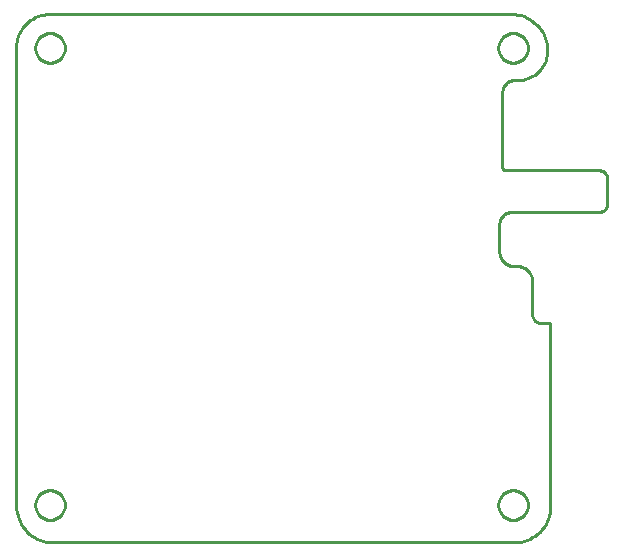
<source format=gbr>
G04 EAGLE Gerber RS-274X export*
G75*
%MOMM*%
%FSLAX34Y34*%
%LPD*%
%IN*%
%IPPOS*%
%AMOC8*
5,1,8,0,0,1.08239X$1,22.5*%
G01*
%ADD10C,0.254000*%


D10*
X185420Y-12700D02*
X185536Y-15357D01*
X185883Y-17993D01*
X186459Y-20589D01*
X187258Y-23125D01*
X188276Y-25581D01*
X189504Y-27940D01*
X190932Y-30183D01*
X192551Y-32292D01*
X194347Y-34253D01*
X196308Y-36049D01*
X198417Y-37668D01*
X200660Y-39096D01*
X203019Y-40324D01*
X205475Y-41342D01*
X208011Y-42141D01*
X210607Y-42717D01*
X213244Y-43064D01*
X215900Y-43180D01*
X607060Y-43180D01*
X609717Y-43064D01*
X612353Y-42717D01*
X614949Y-42141D01*
X617485Y-41342D01*
X619941Y-40324D01*
X622300Y-39096D01*
X624543Y-37668D01*
X626652Y-36049D01*
X628613Y-34253D01*
X630409Y-32292D01*
X632028Y-30183D01*
X633456Y-27940D01*
X634684Y-25581D01*
X635702Y-23125D01*
X636501Y-20589D01*
X637077Y-17993D01*
X637424Y-15357D01*
X637540Y-12700D01*
X637540Y142240D01*
X629920Y142240D01*
X629256Y142269D01*
X628597Y142356D01*
X627948Y142500D01*
X627314Y142700D01*
X626700Y142954D01*
X626110Y143261D01*
X625549Y143618D01*
X625022Y144023D01*
X624532Y144472D01*
X624083Y144962D01*
X623678Y145489D01*
X623321Y146050D01*
X623014Y146640D01*
X622760Y147254D01*
X622560Y147888D01*
X622416Y148537D01*
X622329Y149196D01*
X622300Y149860D01*
X622300Y177800D01*
X622252Y178907D01*
X622107Y180005D01*
X621867Y181087D01*
X621534Y182144D01*
X621110Y183167D01*
X620599Y184150D01*
X620003Y185084D01*
X619329Y185963D01*
X618580Y186780D01*
X617763Y187529D01*
X616884Y188203D01*
X615950Y188799D01*
X614967Y189310D01*
X613944Y189734D01*
X612887Y190067D01*
X611805Y190307D01*
X610707Y190452D01*
X609600Y190500D01*
X607060Y190500D01*
X605953Y190548D01*
X604855Y190693D01*
X603773Y190933D01*
X602716Y191266D01*
X601693Y191690D01*
X600710Y192201D01*
X599776Y192797D01*
X598897Y193471D01*
X598080Y194220D01*
X597331Y195037D01*
X596657Y195916D01*
X596061Y196850D01*
X595550Y197833D01*
X595126Y198856D01*
X594793Y199913D01*
X594553Y200995D01*
X594408Y202093D01*
X594360Y203200D01*
X594360Y226060D01*
X594399Y226946D01*
X594514Y227824D01*
X594706Y228690D01*
X594973Y229535D01*
X595312Y230354D01*
X595721Y231140D01*
X596197Y231888D01*
X596737Y232591D01*
X597336Y233244D01*
X597989Y233843D01*
X598692Y234383D01*
X599440Y234859D01*
X600226Y235268D01*
X601045Y235607D01*
X601890Y235874D01*
X602756Y236066D01*
X603635Y236181D01*
X604520Y236220D01*
X678180Y236220D01*
X678844Y236249D01*
X679503Y236336D01*
X680152Y236480D01*
X680786Y236680D01*
X681400Y236934D01*
X681990Y237241D01*
X682551Y237598D01*
X683078Y238003D01*
X683568Y238452D01*
X684017Y238942D01*
X684422Y239469D01*
X684779Y240030D01*
X685086Y240620D01*
X685340Y241234D01*
X685540Y241868D01*
X685684Y242517D01*
X685771Y243176D01*
X685800Y243840D01*
X685800Y264160D01*
X685771Y264824D01*
X685684Y265483D01*
X685540Y266132D01*
X685340Y266766D01*
X685086Y267380D01*
X684779Y267970D01*
X684422Y268531D01*
X684017Y269058D01*
X683568Y269548D01*
X683078Y269997D01*
X682551Y270402D01*
X681990Y270759D01*
X681400Y271066D01*
X680786Y271320D01*
X680152Y271520D01*
X679503Y271664D01*
X678844Y271751D01*
X678180Y271780D01*
X599440Y271780D01*
X599219Y271790D01*
X598999Y271819D01*
X598783Y271867D01*
X598571Y271933D01*
X598367Y272018D01*
X598170Y272120D01*
X597983Y272239D01*
X597807Y272374D01*
X597644Y272524D01*
X597494Y272687D01*
X597359Y272863D01*
X597240Y273050D01*
X597138Y273247D01*
X597053Y273451D01*
X596987Y273663D01*
X596939Y273879D01*
X596910Y274099D01*
X596900Y274320D01*
X596900Y337820D01*
X596939Y338706D01*
X597054Y339584D01*
X597246Y340450D01*
X597513Y341295D01*
X597852Y342114D01*
X598261Y342900D01*
X598737Y343648D01*
X599277Y344351D01*
X599876Y345004D01*
X600529Y345603D01*
X601232Y346143D01*
X601980Y346619D01*
X602766Y347028D01*
X603585Y347367D01*
X604430Y347634D01*
X605296Y347826D01*
X606175Y347941D01*
X607060Y347980D01*
X609600Y347980D01*
X611814Y348077D01*
X614011Y348366D01*
X616174Y348845D01*
X618287Y349512D01*
X620335Y350360D01*
X622300Y351383D01*
X624169Y352574D01*
X625927Y353922D01*
X627561Y355420D01*
X629058Y357053D01*
X630406Y358811D01*
X631597Y360680D01*
X632620Y362646D01*
X633468Y364693D01*
X634135Y366806D01*
X634614Y368969D01*
X634903Y371166D01*
X635000Y373380D01*
X634884Y376037D01*
X634537Y378673D01*
X633961Y381269D01*
X633162Y383805D01*
X632144Y386261D01*
X630916Y388620D01*
X629488Y390863D01*
X627869Y392972D01*
X626073Y394933D01*
X624112Y396729D01*
X622003Y398348D01*
X619760Y399776D01*
X617401Y401004D01*
X614945Y402022D01*
X612409Y402821D01*
X609813Y403397D01*
X607177Y403744D01*
X604520Y403860D01*
X213360Y403860D01*
X210925Y403754D01*
X208508Y403436D01*
X206129Y402908D01*
X203804Y402175D01*
X201552Y401242D01*
X199390Y400117D01*
X197334Y398807D01*
X195401Y397323D01*
X193603Y395677D01*
X191957Y393880D01*
X190473Y391946D01*
X189163Y389890D01*
X188038Y387728D01*
X187105Y385476D01*
X186372Y383151D01*
X185844Y380772D01*
X185526Y378355D01*
X185420Y375920D01*
X185420Y-12700D01*
X618540Y-12171D02*
X618463Y-13150D01*
X618309Y-14121D01*
X618080Y-15076D01*
X617776Y-16010D01*
X617401Y-16917D01*
X616955Y-17792D01*
X616441Y-18630D01*
X615864Y-19425D01*
X615226Y-20172D01*
X614532Y-20866D01*
X613785Y-21504D01*
X612990Y-22081D01*
X612152Y-22595D01*
X611277Y-23041D01*
X610370Y-23416D01*
X609436Y-23720D01*
X608481Y-23949D01*
X607510Y-24103D01*
X606531Y-24180D01*
X605549Y-24180D01*
X604570Y-24103D01*
X603600Y-23949D01*
X602644Y-23720D01*
X601710Y-23416D01*
X600803Y-23041D01*
X599928Y-22595D01*
X599090Y-22081D01*
X598295Y-21504D01*
X597548Y-20866D01*
X596854Y-20172D01*
X596216Y-19425D01*
X595639Y-18630D01*
X595125Y-17792D01*
X594679Y-16917D01*
X594304Y-16010D01*
X594000Y-15076D01*
X593771Y-14121D01*
X593617Y-13150D01*
X593540Y-12171D01*
X593540Y-11189D01*
X593617Y-10210D01*
X593771Y-9240D01*
X594000Y-8284D01*
X594304Y-7350D01*
X594679Y-6443D01*
X595125Y-5568D01*
X595639Y-4730D01*
X596216Y-3935D01*
X596854Y-3188D01*
X597548Y-2494D01*
X598295Y-1856D01*
X599090Y-1279D01*
X599928Y-765D01*
X600803Y-319D01*
X601710Y56D01*
X602644Y360D01*
X603600Y589D01*
X604570Y743D01*
X605549Y820D01*
X606531Y820D01*
X607510Y743D01*
X608481Y589D01*
X609436Y360D01*
X610370Y56D01*
X611277Y-319D01*
X612152Y-765D01*
X612990Y-1279D01*
X613785Y-1856D01*
X614532Y-2494D01*
X615226Y-3188D01*
X615864Y-3935D01*
X616441Y-4730D01*
X616955Y-5568D01*
X617401Y-6443D01*
X617776Y-7350D01*
X618080Y-8284D01*
X618309Y-9240D01*
X618463Y-10210D01*
X618540Y-11189D01*
X618540Y-12171D01*
X226460Y-12171D02*
X226383Y-13150D01*
X226229Y-14121D01*
X226000Y-15076D01*
X225696Y-16010D01*
X225321Y-16917D01*
X224875Y-17792D01*
X224361Y-18630D01*
X223784Y-19425D01*
X223146Y-20172D01*
X222452Y-20866D01*
X221705Y-21504D01*
X220910Y-22081D01*
X220072Y-22595D01*
X219197Y-23041D01*
X218290Y-23416D01*
X217356Y-23720D01*
X216401Y-23949D01*
X215430Y-24103D01*
X214451Y-24180D01*
X213469Y-24180D01*
X212490Y-24103D01*
X211520Y-23949D01*
X210564Y-23720D01*
X209630Y-23416D01*
X208723Y-23041D01*
X207848Y-22595D01*
X207010Y-22081D01*
X206215Y-21504D01*
X205468Y-20866D01*
X204774Y-20172D01*
X204136Y-19425D01*
X203559Y-18630D01*
X203045Y-17792D01*
X202599Y-16917D01*
X202224Y-16010D01*
X201920Y-15076D01*
X201691Y-14121D01*
X201537Y-13150D01*
X201460Y-12171D01*
X201460Y-11189D01*
X201537Y-10210D01*
X201691Y-9240D01*
X201920Y-8284D01*
X202224Y-7350D01*
X202599Y-6443D01*
X203045Y-5568D01*
X203559Y-4730D01*
X204136Y-3935D01*
X204774Y-3188D01*
X205468Y-2494D01*
X206215Y-1856D01*
X207010Y-1279D01*
X207848Y-765D01*
X208723Y-319D01*
X209630Y56D01*
X210564Y360D01*
X211520Y589D01*
X212490Y743D01*
X213469Y820D01*
X214451Y820D01*
X215430Y743D01*
X216401Y589D01*
X217356Y360D01*
X218290Y56D01*
X219197Y-319D01*
X220072Y-765D01*
X220910Y-1279D01*
X221705Y-1856D01*
X222452Y-2494D01*
X223146Y-3188D01*
X223784Y-3935D01*
X224361Y-4730D01*
X224875Y-5568D01*
X225321Y-6443D01*
X225696Y-7350D01*
X226000Y-8284D01*
X226229Y-9240D01*
X226383Y-10210D01*
X226460Y-11189D01*
X226460Y-12171D01*
X618540Y374829D02*
X618463Y373850D01*
X618309Y372880D01*
X618080Y371924D01*
X617776Y370990D01*
X617401Y370083D01*
X616955Y369208D01*
X616441Y368370D01*
X615864Y367575D01*
X615226Y366828D01*
X614532Y366134D01*
X613785Y365496D01*
X612990Y364919D01*
X612152Y364405D01*
X611277Y363959D01*
X610370Y363584D01*
X609436Y363280D01*
X608481Y363051D01*
X607510Y362897D01*
X606531Y362820D01*
X605549Y362820D01*
X604570Y362897D01*
X603600Y363051D01*
X602644Y363280D01*
X601710Y363584D01*
X600803Y363959D01*
X599928Y364405D01*
X599090Y364919D01*
X598295Y365496D01*
X597548Y366134D01*
X596854Y366828D01*
X596216Y367575D01*
X595639Y368370D01*
X595125Y369208D01*
X594679Y370083D01*
X594304Y370990D01*
X594000Y371924D01*
X593771Y372880D01*
X593617Y373850D01*
X593540Y374829D01*
X593540Y375811D01*
X593617Y376790D01*
X593771Y377761D01*
X594000Y378716D01*
X594304Y379650D01*
X594679Y380557D01*
X595125Y381432D01*
X595639Y382270D01*
X596216Y383065D01*
X596854Y383812D01*
X597548Y384506D01*
X598295Y385144D01*
X599090Y385721D01*
X599928Y386235D01*
X600803Y386681D01*
X601710Y387056D01*
X602644Y387360D01*
X603600Y387589D01*
X604570Y387743D01*
X605549Y387820D01*
X606531Y387820D01*
X607510Y387743D01*
X608481Y387589D01*
X609436Y387360D01*
X610370Y387056D01*
X611277Y386681D01*
X612152Y386235D01*
X612990Y385721D01*
X613785Y385144D01*
X614532Y384506D01*
X615226Y383812D01*
X615864Y383065D01*
X616441Y382270D01*
X616955Y381432D01*
X617401Y380557D01*
X617776Y379650D01*
X618080Y378716D01*
X618309Y377761D01*
X618463Y376790D01*
X618540Y375811D01*
X618540Y374829D01*
X226460Y374829D02*
X226383Y373850D01*
X226229Y372880D01*
X226000Y371924D01*
X225696Y370990D01*
X225321Y370083D01*
X224875Y369208D01*
X224361Y368370D01*
X223784Y367575D01*
X223146Y366828D01*
X222452Y366134D01*
X221705Y365496D01*
X220910Y364919D01*
X220072Y364405D01*
X219197Y363959D01*
X218290Y363584D01*
X217356Y363280D01*
X216401Y363051D01*
X215430Y362897D01*
X214451Y362820D01*
X213469Y362820D01*
X212490Y362897D01*
X211520Y363051D01*
X210564Y363280D01*
X209630Y363584D01*
X208723Y363959D01*
X207848Y364405D01*
X207010Y364919D01*
X206215Y365496D01*
X205468Y366134D01*
X204774Y366828D01*
X204136Y367575D01*
X203559Y368370D01*
X203045Y369208D01*
X202599Y370083D01*
X202224Y370990D01*
X201920Y371924D01*
X201691Y372880D01*
X201537Y373850D01*
X201460Y374829D01*
X201460Y375811D01*
X201537Y376790D01*
X201691Y377761D01*
X201920Y378716D01*
X202224Y379650D01*
X202599Y380557D01*
X203045Y381432D01*
X203559Y382270D01*
X204136Y383065D01*
X204774Y383812D01*
X205468Y384506D01*
X206215Y385144D01*
X207010Y385721D01*
X207848Y386235D01*
X208723Y386681D01*
X209630Y387056D01*
X210564Y387360D01*
X211520Y387589D01*
X212490Y387743D01*
X213469Y387820D01*
X214451Y387820D01*
X215430Y387743D01*
X216401Y387589D01*
X217356Y387360D01*
X218290Y387056D01*
X219197Y386681D01*
X220072Y386235D01*
X220910Y385721D01*
X221705Y385144D01*
X222452Y384506D01*
X223146Y383812D01*
X223784Y383065D01*
X224361Y382270D01*
X224875Y381432D01*
X225321Y380557D01*
X225696Y379650D01*
X226000Y378716D01*
X226229Y377761D01*
X226383Y376790D01*
X226460Y375811D01*
X226460Y374829D01*
M02*

</source>
